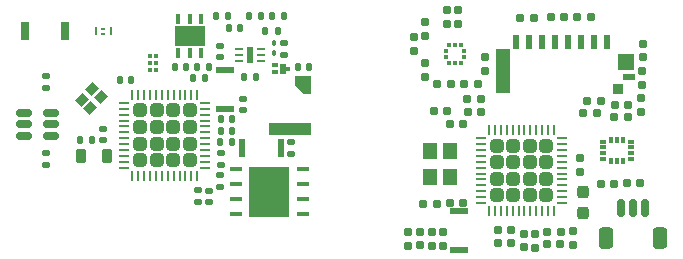
<source format=gbr>
%TF.GenerationSoftware,KiCad,Pcbnew,8.0.5*%
%TF.CreationDate,2025-02-13T02:53:00+01:00*%
%TF.ProjectId,cansatperso,63616e73-6174-4706-9572-736f2e6b6963,rev?*%
%TF.SameCoordinates,Original*%
%TF.FileFunction,Paste,Top*%
%TF.FilePolarity,Positive*%
%FSLAX46Y46*%
G04 Gerber Fmt 4.6, Leading zero omitted, Abs format (unit mm)*
G04 Created by KiCad (PCBNEW 8.0.5) date 2025-02-13 02:53:00*
%MOMM*%
%LPD*%
G01*
G04 APERTURE LIST*
G04 Aperture macros list*
%AMRoundRect*
0 Rectangle with rounded corners*
0 $1 Rounding radius*
0 $2 $3 $4 $5 $6 $7 $8 $9 X,Y pos of 4 corners*
0 Add a 4 corners polygon primitive as box body*
4,1,4,$2,$3,$4,$5,$6,$7,$8,$9,$2,$3,0*
0 Add four circle primitives for the rounded corners*
1,1,$1+$1,$2,$3*
1,1,$1+$1,$4,$5*
1,1,$1+$1,$6,$7*
1,1,$1+$1,$8,$9*
0 Add four rect primitives between the rounded corners*
20,1,$1+$1,$2,$3,$4,$5,0*
20,1,$1+$1,$4,$5,$6,$7,0*
20,1,$1+$1,$6,$7,$8,$9,0*
20,1,$1+$1,$8,$9,$2,$3,0*%
%AMRotRect*
0 Rectangle, with rotation*
0 The origin of the aperture is its center*
0 $1 length*
0 $2 width*
0 $3 Rotation angle, in degrees counterclockwise*
0 Add horizontal line*
21,1,$1,$2,0,0,$3*%
%AMOutline4P*
0 Free polygon, 4 corners , with rotation*
0 The origin of the aperture is its center*
0 number of corners: always 4*
0 $1 to $8 corner X, Y*
0 $9 Rotation angle, in degrees counterclockwise*
0 create outline with 4 corners*
4,1,4,$1,$2,$3,$4,$5,$6,$7,$8,$1,$2,$9*%
%AMOutline5P*
0 Free polygon, 5 corners , with rotation*
0 The origin of the aperture is its center*
0 number of corners: always 5*
0 $1 to $10 corner X, Y*
0 $11 Rotation angle, in degrees counterclockwise*
0 create outline with 5 corners*
4,1,5,$1,$2,$3,$4,$5,$6,$7,$8,$9,$10,$1,$2,$11*%
%AMOutline6P*
0 Free polygon, 6 corners , with rotation*
0 The origin of the aperture is its center*
0 number of corners: always 6*
0 $1 to $12 corner X, Y*
0 $13 Rotation angle, in degrees counterclockwise*
0 create outline with 6 corners*
4,1,6,$1,$2,$3,$4,$5,$6,$7,$8,$9,$10,$11,$12,$1,$2,$13*%
%AMOutline7P*
0 Free polygon, 7 corners , with rotation*
0 The origin of the aperture is its center*
0 number of corners: always 7*
0 $1 to $14 corner X, Y*
0 $15 Rotation angle, in degrees counterclockwise*
0 create outline with 7 corners*
4,1,7,$1,$2,$3,$4,$5,$6,$7,$8,$9,$10,$11,$12,$13,$14,$1,$2,$15*%
%AMOutline8P*
0 Free polygon, 8 corners , with rotation*
0 The origin of the aperture is its center*
0 number of corners: always 8*
0 $1 to $16 corner X, Y*
0 $17 Rotation angle, in degrees counterclockwise*
0 create outline with 8 corners*
4,1,8,$1,$2,$3,$4,$5,$6,$7,$8,$9,$10,$11,$12,$13,$14,$15,$16,$1,$2,$17*%
G04 Aperture macros list end*
%ADD10RoundRect,0.150000X0.512500X0.150000X-0.512500X0.150000X-0.512500X-0.150000X0.512500X-0.150000X0*%
%ADD11RoundRect,0.090000X0.090000X-0.139000X0.090000X0.139000X-0.090000X0.139000X-0.090000X-0.139000X0*%
%ADD12RoundRect,0.160000X0.197500X0.160000X-0.197500X0.160000X-0.197500X-0.160000X0.197500X-0.160000X0*%
%ADD13RoundRect,0.160000X-0.197500X-0.160000X0.197500X-0.160000X0.197500X0.160000X-0.197500X0.160000X0*%
%ADD14RoundRect,0.135000X0.185000X-0.135000X0.185000X0.135000X-0.185000X0.135000X-0.185000X-0.135000X0*%
%ADD15RoundRect,0.160000X-0.160000X0.197500X-0.160000X-0.197500X0.160000X-0.197500X0.160000X0.197500X0*%
%ADD16RoundRect,0.140000X-0.170000X0.140000X-0.170000X-0.140000X0.170000X-0.140000X0.170000X0.140000X0*%
%ADD17R,1.500000X0.550000*%
%ADD18RoundRect,0.150000X0.150000X0.625000X-0.150000X0.625000X-0.150000X-0.625000X0.150000X-0.625000X0*%
%ADD19RoundRect,0.250000X0.350000X0.650000X-0.350000X0.650000X-0.350000X-0.650000X0.350000X-0.650000X0*%
%ADD20RoundRect,0.155000X0.155000X-0.212500X0.155000X0.212500X-0.155000X0.212500X-0.155000X-0.212500X0*%
%ADD21RoundRect,0.135000X-0.135000X-0.185000X0.135000X-0.185000X0.135000X0.185000X-0.135000X0.185000X0*%
%ADD22R,1.200000X1.400000*%
%ADD23RoundRect,0.155000X-0.212500X-0.155000X0.212500X-0.155000X0.212500X0.155000X-0.212500X0.155000X0*%
%ADD24RoundRect,0.140000X0.140000X0.170000X-0.140000X0.170000X-0.140000X-0.170000X0.140000X-0.170000X0*%
%ADD25R,0.550000X1.500000*%
%ADD26RoundRect,0.155000X0.212500X0.155000X-0.212500X0.155000X-0.212500X-0.155000X0.212500X-0.155000X0*%
%ADD27RoundRect,0.160000X0.160000X-0.197500X0.160000X0.197500X-0.160000X0.197500X-0.160000X-0.197500X0*%
%ADD28R,0.799999X0.250000*%
%ADD29R,0.610000X1.420000*%
%ADD30RoundRect,0.140000X0.170000X-0.140000X0.170000X0.140000X-0.170000X0.140000X-0.170000X-0.140000X0*%
%ADD31R,1.050000X0.450000*%
%ADD32R,3.450000X4.350000*%
%ADD33RoundRect,0.218750X0.218750X0.381250X-0.218750X0.381250X-0.218750X-0.381250X0.218750X-0.381250X0*%
%ADD34RoundRect,0.135000X0.135000X0.185000X-0.135000X0.185000X-0.135000X-0.185000X0.135000X-0.185000X0*%
%ADD35RoundRect,0.237500X0.237500X-0.287500X0.237500X0.287500X-0.237500X0.287500X-0.237500X-0.287500X0*%
%ADD36RoundRect,0.135000X-0.185000X0.135000X-0.185000X-0.135000X0.185000X-0.135000X0.185000X0.135000X0*%
%ADD37R,0.275000X0.700000*%
%ADD38R,0.450000X0.245000*%
%ADD39RoundRect,0.250000X0.315000X0.315000X-0.315000X0.315000X-0.315000X-0.315000X0.315000X-0.315000X0*%
%ADD40RoundRect,0.062500X0.375000X0.062500X-0.375000X0.062500X-0.375000X-0.062500X0.375000X-0.062500X0*%
%ADD41RoundRect,0.062500X0.062500X0.375000X-0.062500X0.375000X-0.062500X-0.375000X0.062500X-0.375000X0*%
%ADD42R,0.600000X1.250000*%
%ADD43R,1.200000X3.790000*%
%ADD44R,1.450000X1.400000*%
%ADD45R,1.000000X0.600000*%
%ADD46R,0.950000X0.850000*%
%ADD47R,0.300000X0.300000*%
%ADD48R,0.325000X0.300000*%
%ADD49R,0.300000X0.325000*%
%ADD50RoundRect,0.147500X-0.147500X-0.172500X0.147500X-0.172500X0.147500X0.172500X-0.147500X0.172500X0*%
%ADD51Outline5P,-0.650000X0.750000X0.650000X0.750000X0.650000X-0.750000X0.000000X-0.750000X-0.650000X-0.100000X0.000000*%
%ADD52R,3.600000X1.100000*%
%ADD53RoundRect,0.140000X-0.140000X-0.170000X0.140000X-0.170000X0.140000X0.170000X-0.140000X0.170000X0*%
%ADD54R,0.800000X1.600000*%
%ADD55RoundRect,0.250000X-0.315000X-0.315000X0.315000X-0.315000X0.315000X0.315000X-0.315000X0.315000X0*%
%ADD56RoundRect,0.062500X-0.375000X-0.062500X0.375000X-0.062500X0.375000X0.062500X-0.375000X0.062500X0*%
%ADD57RoundRect,0.062500X-0.062500X-0.375000X0.062500X-0.375000X0.062500X0.375000X-0.062500X0.375000X0*%
%ADD58R,0.300000X0.850000*%
%ADD59R,2.500000X1.700000*%
%ADD60R,0.500000X0.350000*%
%ADD61R,0.340000X0.330000*%
%ADD62Outline4P,-0.450000X-0.220000X0.450000X-0.220000X0.450000X0.220000X-0.450000X0.220000X270.000000*%
%ADD63R,0.575000X0.350000*%
%ADD64R,0.350000X0.575000*%
%ADD65RotRect,0.775000X0.875000X135.000000*%
G04 APERTURE END LIST*
D10*
%TO.C,U4*%
X144020000Y-84070000D03*
X144020000Y-83120000D03*
X144020000Y-82170000D03*
X141745000Y-82170000D03*
X141745000Y-83120000D03*
X141745000Y-84070000D03*
%TD*%
D11*
%TO.C,D1*%
X162900000Y-77072500D03*
X162900000Y-76207500D03*
%TD*%
D12*
%TO.C,R26*%
X177897500Y-79680000D03*
X176702500Y-79680000D03*
%TD*%
D13*
%TO.C,R8*%
X183732500Y-74100000D03*
X184927500Y-74100000D03*
%TD*%
D14*
%TO.C,R15*%
X143560000Y-80020000D03*
X143560000Y-79000000D03*
%TD*%
D15*
%TO.C,R14*%
X178490000Y-73432500D03*
X178490000Y-74627500D03*
%TD*%
D16*
%TO.C,C4*%
X158370000Y-76500000D03*
X158370000Y-77460000D03*
%TD*%
D17*
%TO.C,SW1*%
X178570000Y-93725000D03*
X178570000Y-90475000D03*
%TD*%
D18*
%TO.C,U2*%
X194280000Y-90185000D03*
X193280000Y-90185000D03*
X192280000Y-90185000D03*
D19*
X195580000Y-92710000D03*
X190980000Y-92710000D03*
%TD*%
D20*
%TO.C,C7*%
X185020000Y-93557500D03*
X185020000Y-92422500D03*
%TD*%
D21*
%TO.C,R18*%
X162750000Y-73970000D03*
X163770000Y-73970000D03*
%TD*%
D22*
%TO.C,Y1*%
X176110000Y-85390000D03*
X176110000Y-87590000D03*
X177810000Y-87590000D03*
X177810000Y-85390000D03*
%TD*%
D23*
%TO.C,C2*%
X177772500Y-89760000D03*
X178907500Y-89760000D03*
%TD*%
D24*
%TO.C,C16*%
X159340000Y-83660000D03*
X158380000Y-83660000D03*
%TD*%
D23*
%TO.C,C6*%
X179292500Y-82040000D03*
X180427500Y-82040000D03*
%TD*%
D25*
%TO.C,SW4*%
X160210000Y-85135000D03*
X163460000Y-85135000D03*
%TD*%
D26*
%TO.C,C12*%
X176687500Y-89830000D03*
X175552500Y-89830000D03*
%TD*%
D14*
%TO.C,R6*%
X163770000Y-77240000D03*
X163770000Y-76220000D03*
%TD*%
D13*
%TO.C,R25*%
X178972500Y-79690000D03*
X180167500Y-79690000D03*
%TD*%
D27*
%TO.C,R13*%
X174740000Y-76887500D03*
X174740000Y-75692500D03*
%TD*%
D28*
%TO.C,U2*%
X161840000Y-77770000D03*
X161840000Y-77270001D03*
X161840000Y-76770002D03*
X159939998Y-76770002D03*
X159939998Y-77270001D03*
X159939998Y-77770000D03*
D29*
X160889999Y-77270001D03*
%TD*%
D30*
%TO.C,C21*%
X156430000Y-89670000D03*
X156430000Y-88710000D03*
%TD*%
D23*
%TO.C,C10*%
X181862500Y-93140000D03*
X182997500Y-93140000D03*
%TD*%
D21*
%TO.C,R5*%
X160790000Y-73950000D03*
X161810000Y-73950000D03*
%TD*%
D24*
%TO.C,C15*%
X159350000Y-82710000D03*
X158390000Y-82710000D03*
%TD*%
D31*
%TO.C,IC2*%
X159670000Y-86940000D03*
X159670000Y-88210000D03*
X159670000Y-89480000D03*
X159670000Y-90750000D03*
X165370000Y-90750000D03*
X165370000Y-89480000D03*
X165370000Y-88210000D03*
X165370000Y-86940000D03*
D32*
X162520000Y-88845000D03*
%TD*%
D23*
%TO.C,C1*%
X190569500Y-88132000D03*
X191704500Y-88132000D03*
%TD*%
D33*
%TO.C,L1*%
X148722500Y-85780000D03*
X146597500Y-85780000D03*
%TD*%
D13*
%TO.C,R2*%
X189082500Y-82130000D03*
X190277500Y-82130000D03*
%TD*%
D34*
%TO.C,R12*%
X157080000Y-79240000D03*
X156060000Y-79240000D03*
%TD*%
D26*
%TO.C,C16*%
X187467500Y-74010000D03*
X186332500Y-74010000D03*
%TD*%
D12*
%TO.C,R23*%
X180457500Y-80940000D03*
X179262500Y-80940000D03*
%TD*%
D35*
%TO.C,D3*%
X189080000Y-90615000D03*
X189080000Y-88865000D03*
%TD*%
D20*
%TO.C,C8*%
X184040000Y-93547500D03*
X184040000Y-92412500D03*
%TD*%
D16*
%TO.C,C6*%
X158370000Y-87450000D03*
X158370000Y-88410000D03*
%TD*%
D15*
%TO.C,R5*%
X194100000Y-78592500D03*
X194100000Y-79787500D03*
%TD*%
D20*
%TO.C,C22*%
X175300000Y-93377500D03*
X175300000Y-92242500D03*
%TD*%
D36*
%TO.C,R14*%
X143590000Y-85530000D03*
X143590000Y-86550000D03*
%TD*%
D37*
%TO.C,FL1*%
X149075000Y-75250000D03*
D38*
X148463000Y-75023000D03*
D37*
X147850000Y-75250000D03*
D38*
X148463000Y-75477000D03*
%TD*%
D12*
%TO.C,R9*%
X192914500Y-82522000D03*
X191719500Y-82522000D03*
%TD*%
D20*
%TO.C,C15*%
X194150000Y-77457500D03*
X194150000Y-76322500D03*
%TD*%
D16*
%TO.C,C17*%
X160300000Y-80940000D03*
X160300000Y-81900000D03*
%TD*%
D27*
%TO.C,R28*%
X174220000Y-93447500D03*
X174220000Y-92252500D03*
%TD*%
D20*
%TO.C,C31*%
X175710000Y-75607500D03*
X175710000Y-74472500D03*
%TD*%
%TO.C,C23*%
X177540000Y-74617500D03*
X177540000Y-73482500D03*
%TD*%
D34*
%TO.C,R4*%
X159030000Y-73970000D03*
X158010000Y-73970000D03*
%TD*%
D39*
%TO.C,U1*%
X155757500Y-86150000D03*
X155757500Y-84750000D03*
X155757500Y-83350000D03*
X155757500Y-81950000D03*
X154357500Y-86150000D03*
X154357500Y-84750000D03*
X154357500Y-83350000D03*
X154357500Y-81950000D03*
X152957500Y-86150000D03*
X152957500Y-84750000D03*
X152957500Y-83350000D03*
X152957500Y-81950000D03*
X151557500Y-86150000D03*
X151557500Y-84750000D03*
X151557500Y-83350000D03*
X151557500Y-81950000D03*
D40*
X157095000Y-86800000D03*
X157095000Y-86300000D03*
X157095000Y-85800000D03*
X157095000Y-85300000D03*
X157095000Y-84800000D03*
X157095000Y-84300000D03*
X157095000Y-83800000D03*
X157095000Y-83300000D03*
X157095000Y-82800000D03*
X157095000Y-82300000D03*
X157095000Y-81800000D03*
X157095000Y-81300000D03*
D41*
X156407500Y-80612500D03*
X155907500Y-80612500D03*
X155407500Y-80612500D03*
X154907500Y-80612500D03*
X154407500Y-80612500D03*
X153907500Y-80612500D03*
X153407500Y-80612500D03*
X152907500Y-80612500D03*
X152407500Y-80612500D03*
X151907500Y-80612500D03*
X151407500Y-80612500D03*
X150907500Y-80612500D03*
D40*
X150220000Y-81300000D03*
X150220000Y-81800000D03*
X150220000Y-82300000D03*
X150220000Y-82800000D03*
X150220000Y-83300000D03*
X150220000Y-83800000D03*
X150220000Y-84300000D03*
X150220000Y-84800000D03*
X150220000Y-85300000D03*
X150220000Y-85800000D03*
X150220000Y-86300000D03*
X150220000Y-86800000D03*
D41*
X150907500Y-87487500D03*
X151407500Y-87487500D03*
X151907500Y-87487500D03*
X152407500Y-87487500D03*
X152907500Y-87487500D03*
X153407500Y-87487500D03*
X153907500Y-87487500D03*
X154407500Y-87487500D03*
X154907500Y-87487500D03*
X155407500Y-87487500D03*
X155907500Y-87487500D03*
X156407500Y-87487500D03*
%TD*%
D21*
%TO.C,R11*%
X156410000Y-78250000D03*
X157430000Y-78250000D03*
%TD*%
D23*
%TO.C,C11*%
X186022500Y-93260000D03*
X187157500Y-93260000D03*
%TD*%
D42*
%TO.C,J2*%
X191110000Y-76155000D03*
X190010000Y-76155000D03*
X188910000Y-76155000D03*
X187810000Y-76155000D03*
X186710000Y-76155000D03*
X185610000Y-76155000D03*
X184510000Y-76155000D03*
X183410000Y-76155000D03*
D43*
X182260000Y-78635000D03*
D44*
X192735000Y-77880000D03*
D45*
X192960000Y-79130000D03*
D46*
X192035000Y-80105000D03*
%TD*%
D47*
%TO.C,IC1*%
X152410000Y-77346000D03*
X152410000Y-77933000D03*
X152410000Y-78520000D03*
X152910000Y-77346000D03*
X152910000Y-77933000D03*
X152910000Y-78520000D03*
%TD*%
D16*
%TO.C,C1*%
X148420000Y-83490000D03*
X148420000Y-84450000D03*
%TD*%
D48*
%TO.C,U3*%
X177480000Y-76910000D03*
X177480000Y-77410000D03*
D49*
X177730000Y-77935000D03*
X178230000Y-77935000D03*
X178730000Y-77935000D03*
D48*
X178980000Y-77410000D03*
X178980000Y-76910000D03*
D49*
X178730000Y-76385000D03*
X178230000Y-76385000D03*
X177730000Y-76385000D03*
%TD*%
D50*
%TO.C,L2*%
X146495000Y-84450000D03*
X147465000Y-84450000D03*
%TD*%
D15*
%TO.C,R27*%
X175670000Y-77932500D03*
X175670000Y-79127500D03*
%TD*%
D51*
%TO.C,BT1*%
X165390000Y-79750000D03*
D52*
X164240000Y-83540000D03*
%TD*%
D15*
%TO.C,R24*%
X180810000Y-77382500D03*
X180810000Y-78577500D03*
%TD*%
D34*
%TO.C,R3*%
X161380000Y-79100000D03*
X160360000Y-79100000D03*
%TD*%
D24*
%TO.C,C8*%
X165890000Y-78250000D03*
X164930000Y-78250000D03*
%TD*%
D15*
%TO.C,R6*%
X193960000Y-80852500D03*
X193960000Y-82047500D03*
%TD*%
D20*
%TO.C,C4*%
X188800000Y-87137500D03*
X188800000Y-86002500D03*
%TD*%
D53*
%TO.C,C23*%
X149840000Y-79390000D03*
X150800000Y-79390000D03*
%TD*%
D21*
%TO.C,R16*%
X158330000Y-84630000D03*
X159350000Y-84630000D03*
%TD*%
D54*
%TO.C,ANT1*%
X145230000Y-75260000D03*
X141830000Y-75260000D03*
%TD*%
D30*
%TO.C,C18*%
X158430000Y-86540000D03*
X158430000Y-85580000D03*
%TD*%
D26*
%TO.C,C17*%
X193907500Y-88120000D03*
X192772500Y-88120000D03*
%TD*%
D23*
%TO.C,C9*%
X181872500Y-92090000D03*
X183007500Y-92090000D03*
%TD*%
D55*
%TO.C,U1*%
X181760000Y-84937500D03*
X181760000Y-86337500D03*
X181760000Y-87737500D03*
X181760000Y-89137500D03*
X183160000Y-84937500D03*
X183160000Y-86337500D03*
X183160000Y-87737500D03*
X183160000Y-89137500D03*
X184560000Y-84937500D03*
X184560000Y-86337500D03*
X184560000Y-87737500D03*
X184560000Y-89137500D03*
X185960000Y-84937500D03*
X185960000Y-86337500D03*
X185960000Y-87737500D03*
X185960000Y-89137500D03*
D56*
X180422500Y-84287500D03*
X180422500Y-84787500D03*
X180422500Y-85287500D03*
X180422500Y-85787500D03*
X180422500Y-86287500D03*
X180422500Y-86787500D03*
X180422500Y-87287500D03*
X180422500Y-87787500D03*
X180422500Y-88287500D03*
X180422500Y-88787500D03*
X180422500Y-89287500D03*
X180422500Y-89787500D03*
D57*
X181110000Y-90475000D03*
X181610000Y-90475000D03*
X182110000Y-90475000D03*
X182610000Y-90475000D03*
X183110000Y-90475000D03*
X183610000Y-90475000D03*
X184110000Y-90475000D03*
X184610000Y-90475000D03*
X185110000Y-90475000D03*
X185610000Y-90475000D03*
X186110000Y-90475000D03*
X186610000Y-90475000D03*
D56*
X187297500Y-89787500D03*
X187297500Y-89287500D03*
X187297500Y-88787500D03*
X187297500Y-88287500D03*
X187297500Y-87787500D03*
X187297500Y-87287500D03*
X187297500Y-86787500D03*
X187297500Y-86287500D03*
X187297500Y-85787500D03*
X187297500Y-85287500D03*
X187297500Y-84787500D03*
X187297500Y-84287500D03*
D57*
X186610000Y-83600000D03*
X186110000Y-83600000D03*
X185610000Y-83600000D03*
X185110000Y-83600000D03*
X184610000Y-83600000D03*
X184110000Y-83600000D03*
X183610000Y-83600000D03*
X183110000Y-83600000D03*
X182610000Y-83600000D03*
X182110000Y-83600000D03*
X181610000Y-83600000D03*
X181110000Y-83600000D03*
%TD*%
D26*
%TO.C,C30*%
X177567500Y-82020000D03*
X176432500Y-82020000D03*
%TD*%
D20*
%TO.C,C3*%
X177250000Y-93397500D03*
X177250000Y-92262500D03*
%TD*%
D26*
%TO.C,C13*%
X178917500Y-83080000D03*
X177782500Y-83080000D03*
%TD*%
D30*
%TO.C,C9*%
X164360000Y-85600000D03*
X164360000Y-84640000D03*
%TD*%
D58*
%TO.C,IC3*%
X156710000Y-74200000D03*
X155760000Y-74200000D03*
X154810000Y-74200000D03*
X154810000Y-77100000D03*
X155760000Y-77100000D03*
X156710000Y-77100000D03*
D59*
X155760000Y-75650000D03*
%TD*%
D27*
%TO.C,R12*%
X176270000Y-93435000D03*
X176270000Y-92240000D03*
%TD*%
D21*
%TO.C,R17*%
X162180000Y-75250000D03*
X163200000Y-75250000D03*
%TD*%
D27*
%TO.C,R20*%
X188240000Y-93337500D03*
X188240000Y-92142500D03*
%TD*%
D26*
%TO.C,C5*%
X187187500Y-92250000D03*
X186052500Y-92250000D03*
%TD*%
D60*
%TO.C,Q1*%
X163010000Y-78075000D03*
X163010000Y-78725000D03*
D61*
X164090000Y-78400000D03*
D62*
X163700000Y-78400000D03*
%TD*%
D26*
%TO.C,C14*%
X192897500Y-81470000D03*
X191762500Y-81470000D03*
%TD*%
D12*
%TO.C,R10*%
X190627500Y-81150000D03*
X189432500Y-81150000D03*
%TD*%
D24*
%TO.C,C3*%
X160050000Y-74950000D03*
X159090000Y-74950000D03*
%TD*%
D17*
%TO.C,SW5*%
X158775000Y-78550000D03*
X158775000Y-81800000D03*
%TD*%
D63*
%TO.C,IC1*%
X190774000Y-84580000D03*
X190774000Y-85080000D03*
X190774000Y-85580000D03*
X190774000Y-86080000D03*
D64*
X191437000Y-86242000D03*
X191937000Y-86242000D03*
X192437000Y-86242000D03*
D63*
X193100000Y-86080000D03*
X193100000Y-85580000D03*
X193100000Y-85080000D03*
X193100000Y-84580000D03*
D64*
X192437000Y-84418000D03*
X191937000Y-84418000D03*
X191437000Y-84418000D03*
%TD*%
D13*
%TO.C,R7*%
X188582500Y-74030000D03*
X189777500Y-74030000D03*
%TD*%
D30*
%TO.C,C26*%
X157380000Y-89690000D03*
X157380000Y-88730000D03*
%TD*%
D65*
%TO.C,Y1*%
X147323934Y-81714788D03*
X148224788Y-80813934D03*
X147536066Y-80125212D03*
X146635212Y-81026066D03*
%TD*%
D24*
%TO.C,C5*%
X155490000Y-78300000D03*
X154530000Y-78300000D03*
%TD*%
M02*

</source>
